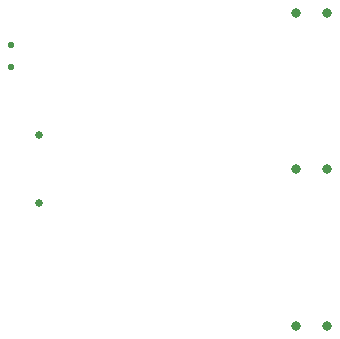
<source format=gbr>
%TF.GenerationSoftware,KiCad,Pcbnew,(6.99.0-1793-ga56955443f)*%
%TF.CreationDate,2022-09-01T09:47:35+01:00*%
%TF.ProjectId,Watchy-MrT-ESP32-S3-V1,57617463-6879-42d4-9d72-542d45535033,rev?*%
%TF.SameCoordinates,Original*%
%TF.FileFunction,Soldermask,Bot*%
%TF.FilePolarity,Negative*%
%FSLAX46Y46*%
G04 Gerber Fmt 4.6, Leading zero omitted, Abs format (unit mm)*
G04 Created by KiCad (PCBNEW (6.99.0-1793-ga56955443f)) date 2022-09-01 09:47:35*
%MOMM*%
%LPD*%
G01*
G04 APERTURE LIST*
%ADD10C,0.650000*%
%ADD11C,0.800000*%
%ADD12C,0.550000*%
G04 APERTURE END LIST*
D10*
%TO.C,J2*%
X114490000Y-71380000D03*
X114490000Y-77160000D03*
%TD*%
D11*
%TO.C,SW2*%
X138850000Y-74275000D03*
X136250000Y-74275000D03*
%TD*%
%TO.C,SW1*%
X138850000Y-61000000D03*
X136250000Y-61000000D03*
%TD*%
%TO.C,SW3*%
X138850000Y-87550000D03*
X136250000Y-87550000D03*
%TD*%
D12*
%TO.C,SW4*%
X112122750Y-65589000D03*
X112122750Y-63747500D03*
%TD*%
M02*

</source>
